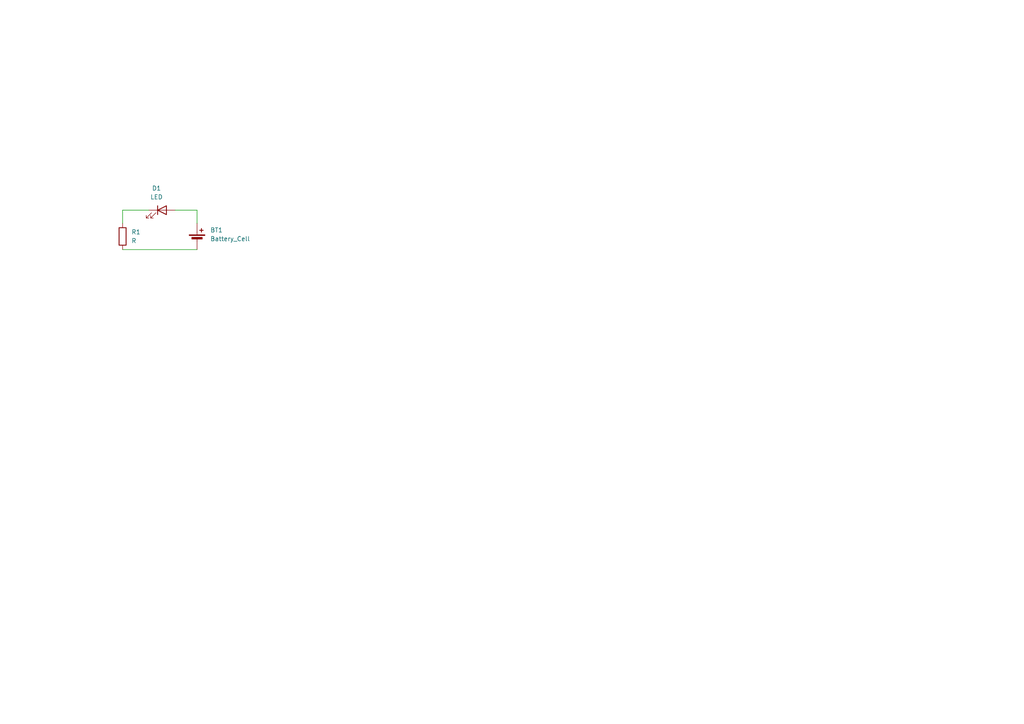
<source format=kicad_sch>
(kicad_sch (version 20231120) (generator "eeschema") (generator_version "8.0")
  (paper "A4")
  (title_block (title "LED Demo Board") (date "2024-10-11") (rev "1.0") (company "Formula Slug"))
  (lib_symbols
    (symbol "Device:Battery_Cell" (pin_numbers hide) (pin_names (offset 0) hide)
      (property "Reference" "BT" (at 2.54 2.54 0))
      (property "Value" "Battery_Cell" (at 2.54 0 0))
      (symbol "Battery_Cell_0_1"
        (rectangle (start -2.286 1.778) (end 2.286 1.524) (fill (type outline)))
        (rectangle (start -1.524 1.016) (end 1.524 0.508) (fill (type outline)))
        (polyline (pts (xy 0 0.762) (xy 0 0)))
        (polyline (pts (xy 0 1.778) (xy 0 2.54)))
        (polyline (pts (xy 0.762 3.048) (xy 1.778 3.048)) (stroke (width 0.254)))
        (polyline (pts (xy 1.27 3.556) (xy 1.27 2.54)) (stroke (width 0.254)))
      )
      (symbol "Battery_Cell_1_1"
        (pin passive line (at 0 5.08 270) (length 2.54) (name "+") (number "1"))
        (pin passive line (at 0 -2.54 90) (length 2.54) (name "-") (number "2"))
      )
    )
    (symbol "Device:LED" (pin_numbers hide) (pin_names (offset 1.016) hide)
      (property "Reference" "D" (at 0 2.54 0))
      (property "Value" "LED" (at 0 -2.54 0))
      (symbol "LED_0_1"
        (polyline (pts (xy -1.27 -1.27) (xy -1.27 1.27)) (stroke (width 0.254)))
        (polyline (pts (xy -1.27 0) (xy 1.27 0)))
        (polyline (pts (xy 1.27 -1.27) (xy 1.27 1.27) (xy -1.27 0) (xy 1.27 -1.27)) (stroke (width 0.254)))
        (polyline (pts (xy -3.048 -0.762) (xy -4.572 -2.286) (xy -3.81 -2.286) (xy -4.572 -2.286) (xy -4.572 -1.524)))
        (polyline (pts (xy -1.778 -0.762) (xy -3.302 -2.286) (xy -2.54 -2.286) (xy -3.302 -2.286) (xy -3.302 -1.524)))
      )
      (symbol "LED_1_1"
        (pin passive line (at -3.81 0 0) (length 2.54) (name "K") (number "1"))
        (pin passive line (at 3.81 0 180) (length 2.54) (name "A") (number "2"))
      )
    )
    (symbol "Device:R" (pin_numbers hide) (pin_names (offset 0))
      (property "Reference" "R" (at 2.032 0 90))
      (property "Value" "R" (at 0 0 90))
      (symbol "R_0_1"
        (rectangle (start -1.016 -2.54) (end 1.016 2.54) (stroke (width 0.254)))
      )
      (symbol "R_1_1"
        (pin passive line (at 0 3.81 270) (length 1.27) (name "~") (number "1"))
        (pin passive line (at 0 -3.81 90) (length 1.27) (name "~") (number "2"))
      )
    )
  )
  (wire (pts (xy 57.15 64.77) (xy 57.15 60.96)))
  (wire (pts (xy 35.56 72.39) (xy 57.15 72.39)))
  (wire (pts (xy 35.56 60.96) (xy 35.56 64.77)))
  (wire (pts (xy 43.18 60.96) (xy 35.56 60.96)))
  (wire (pts (xy 57.15 60.96) (xy 50.8 60.96)))
  (symbol (lib_id "Device:Battery_Cell") (at 57.15 69.85 0) (unit 1)
    (property "Reference" "BT1" (at 60.96 66.7384 0) (effects (justify left)))
    (property "Value" "Battery_Cell" (at 60.96 69.2784 0) (effects (justify left)))
    (property "Footprint" "FS_3_Global_Footprint_Library:MS621FE-FL11E_SEC" (effects (hide yes)))
    (property "Description" "Single-cell battery" (effects (hide yes)))
  )
  (symbol (lib_id "Device:R") (at 35.56 68.58 0) (unit 1)
    (property "Reference" "R1" (at 38.1 67.3099 0) (effects (justify left)))
    (property "Value" "R" (at 38.1 69.8499 0) (effects (justify left)))
    (property "Footprint" "Resistor_SMD:R_0805_2012Metric_Pad1.20x1.40mm_HandSolder" (effects (hide yes)))
    (property "Description" "Resistor" (effects (hide yes)))
  )
  (symbol (lib_id "Device:LED") (at 46.99 60.96 0) (unit 1)
    (property "Reference" "D1" (at 45.4025 54.61 0))
    (property "Value" "LED" (at 45.4025 57.15 0))
    (property "Footprint" "LED_SMD:LED_0805_2012Metric_Pad1.15x1.40mm_HandSolder" (effects (hide yes)))
    (property "Description" "Light emitting diode" (effects (hide yes)))
  )
)
</source>
